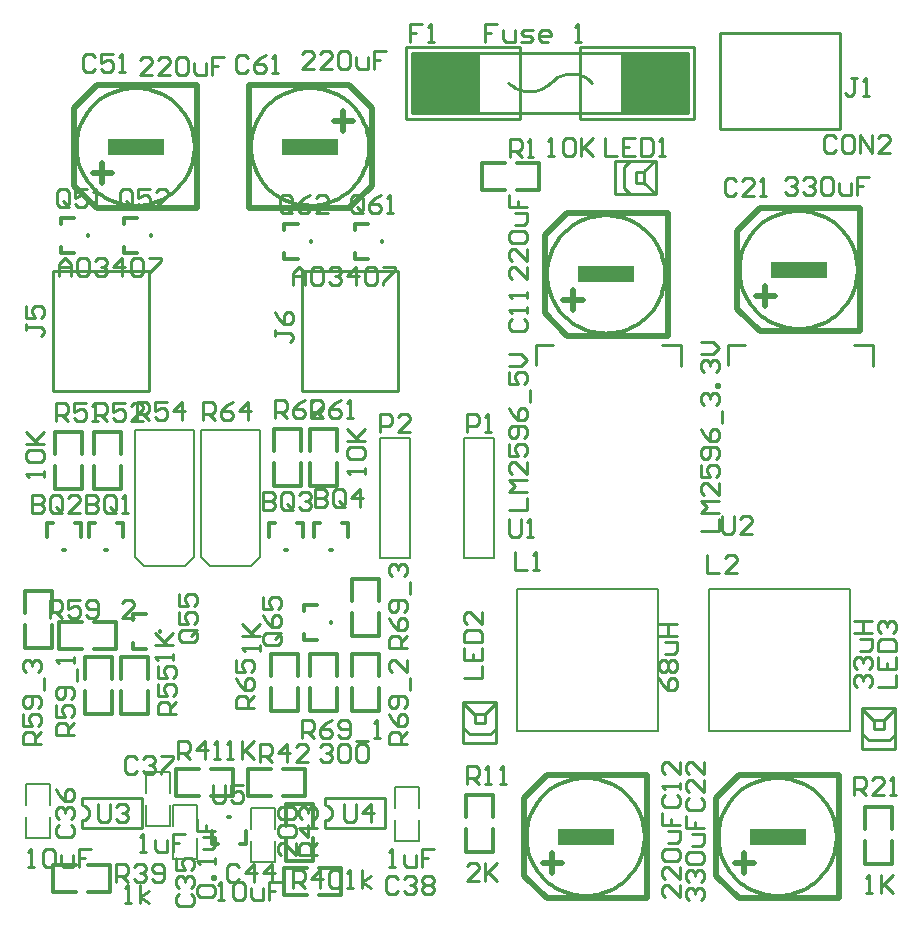
<source format=gto>
G04 Layer_Color=65535*
%FSLAX25Y25*%
%MOIN*%
G70*
G01*
G75*
%ADD43C,0.01000*%
%ADD44C,0.01200*%
%ADD45C,0.00800*%
%ADD46C,0.02000*%
%ADD47C,0.00787*%
%ADD48C,0.01969*%
%ADD49R,0.19069X0.05545*%
%ADD50R,0.22000X0.20000*%
D43*
X415500Y225500D02*
X416457Y225690D01*
X417268Y226232D01*
X417810Y227043D01*
X418000Y228000D01*
X417810Y228957D01*
X417268Y229768D01*
X416457Y230310D01*
X415500Y230500D01*
X496500Y225500D02*
X497457Y225690D01*
X498268Y226232D01*
X498810Y227043D01*
X499000Y228000D01*
X498810Y228957D01*
X498268Y229768D01*
X497457Y230310D01*
X496500Y230500D01*
X557677Y471441D02*
X558397Y470788D01*
X559177Y470210D01*
X560011Y469710D01*
X560889Y469295D01*
X561803Y468968D01*
X562746Y468732D01*
X563707Y468589D01*
X564677Y468541D01*
X565648Y468589D01*
X566608Y468732D01*
X567551Y468968D01*
X568466Y469295D01*
X569344Y469710D01*
X570177Y470210D01*
X570957Y470788D01*
X571677Y471441D01*
X585677D02*
X584957Y472093D01*
X584177Y472672D01*
X583344Y473172D01*
X582466Y473587D01*
X581551Y473914D01*
X580609Y474150D01*
X579647Y474293D01*
X578677Y474340D01*
X577707Y474293D01*
X576746Y474150D01*
X575804Y473914D01*
X574889Y473587D01*
X574011Y473172D01*
X573177Y472672D01*
X572397Y472093D01*
X571677Y471441D01*
X415500Y223000D02*
X435500D01*
Y233000D01*
X415500D02*
X435500D01*
X415500Y230500D02*
Y233000D01*
Y223000D02*
Y225500D01*
X496500Y223000D02*
X516500D01*
Y233000D01*
X496500D02*
X516500D01*
X496500Y230500D02*
Y233000D01*
Y223000D02*
Y225500D01*
X668213Y455905D02*
Y487905D01*
X628213D02*
X668213D01*
X628213Y455905D02*
Y487905D01*
Y455905D02*
X668213D01*
X596142Y436307D02*
X598110Y434339D01*
X596142Y436307D02*
Y443197D01*
X598307Y445362D01*
X599882D01*
X600079Y438079D02*
X603031D01*
X600079Y438079D02*
X600079Y438079D01*
X600079Y438079D02*
Y441622D01*
X603031D01*
Y438079D02*
X606772Y434339D01*
X606968D01*
X603031Y438079D02*
Y441622D01*
Y441819D02*
X606575Y445362D01*
X606968D01*
Y434339D02*
Y445362D01*
X593189Y434339D02*
X606968D01*
X593189D02*
Y445362D01*
X606968D01*
X547677Y461441D02*
Y481441D01*
X595677Y461441D02*
Y481441D01*
X617677Y461441D02*
Y481441D01*
X525677D02*
X617677D01*
X525677Y461441D02*
Y481441D01*
Y461441D02*
X527677D01*
X617677D01*
X523677Y483441D02*
X561677D01*
Y459441D02*
Y483441D01*
X523677Y459441D02*
X561677D01*
X581677D02*
X619677D01*
X581677D02*
Y483441D01*
X619677D01*
Y471441D02*
Y483441D01*
X523677Y459441D02*
Y483441D01*
X619677Y459441D02*
Y471441D01*
X566700Y384100D02*
X572600D01*
X566700Y377400D02*
Y384100D01*
X608900D02*
X615200D01*
X615300Y384000D01*
Y377000D02*
Y384000D01*
X630700Y384100D02*
X636600D01*
X630700Y377400D02*
Y384100D01*
X672900D02*
X679200D01*
X679300Y384000D01*
Y377000D02*
Y384000D01*
X551693Y254142D02*
X553661Y256110D01*
X544803Y254142D02*
X551693D01*
X542638Y256307D02*
X544803Y254142D01*
X542638Y256307D02*
Y257882D01*
X549921Y258079D02*
Y261032D01*
X549921Y258079D02*
X549921Y258079D01*
X546378Y258079D02*
X549921D01*
X546378D02*
Y261032D01*
X549921D02*
X553661Y264772D01*
Y264968D01*
X546378Y261032D02*
X549921D01*
X542638Y264575D02*
X546181Y261032D01*
X542638Y264575D02*
Y264968D01*
X553661D01*
Y251189D02*
Y264968D01*
X542638Y251189D02*
X553661D01*
X542638D02*
Y264968D01*
X684693Y252142D02*
X686661Y254110D01*
X677803Y252142D02*
X684693D01*
X675638Y254307D02*
X677803Y252142D01*
X675638Y254307D02*
Y255882D01*
X682921Y256079D02*
Y259032D01*
X682921Y256079D02*
X682921Y256079D01*
X679378Y256079D02*
X682921D01*
X679378D02*
Y259032D01*
X682921D02*
X686661Y262772D01*
Y262968D01*
X679378Y259032D02*
X682921D01*
X675638Y262575D02*
X679181Y259032D01*
X675638Y262575D02*
Y262968D01*
X686661D01*
Y249189D02*
Y262968D01*
X675638Y249189D02*
X686661D01*
X675638D02*
Y262968D01*
X405905Y368787D02*
Y408787D01*
X437905D01*
Y368787D02*
Y408787D01*
X405905Y368787D02*
X437905D01*
X488905D02*
Y408787D01*
X520905D01*
Y368787D02*
Y408787D01*
X488905Y368787D02*
X520905D01*
X622002Y322000D02*
X628000D01*
Y325999D01*
Y327998D02*
X622002D01*
X624001Y329997D01*
X622002Y331997D01*
X628000D01*
Y337995D02*
Y333996D01*
X624001Y337995D01*
X623002D01*
X622002Y336995D01*
Y334996D01*
X623002Y333996D01*
X622002Y343993D02*
Y339994D01*
X625001D01*
X624001Y341993D01*
Y342993D01*
X625001Y343993D01*
X627000D01*
X628000Y342993D01*
Y340994D01*
X627000Y339994D01*
Y345992D02*
X628000Y346992D01*
Y348991D01*
X627000Y349991D01*
X623002D01*
X622002Y348991D01*
Y346992D01*
X623002Y345992D01*
X624001D01*
X625001Y346992D01*
Y349991D01*
X622002Y355989D02*
X623002Y353990D01*
X625001Y351990D01*
X627000D01*
X628000Y352990D01*
Y354989D01*
X627000Y355989D01*
X626001D01*
X625001Y354989D01*
Y351990D01*
X629000Y357988D02*
Y361987D01*
X623002Y363986D02*
X622002Y364986D01*
Y366985D01*
X623002Y367985D01*
X624001D01*
X625001Y366985D01*
Y365986D01*
Y366985D01*
X626001Y367985D01*
X627000D01*
X628000Y366985D01*
Y364986D01*
X627000Y363986D01*
X628000Y369985D02*
X627000D01*
Y370984D01*
X628000D01*
Y369985D01*
X623002Y374983D02*
X622002Y375982D01*
Y377982D01*
X623002Y378982D01*
X624001D01*
X625001Y377982D01*
Y376982D01*
Y377982D01*
X626001Y378982D01*
X627000D01*
X628000Y377982D01*
Y375982D01*
X627000Y374983D01*
X622002Y380981D02*
X626001D01*
X628000Y382980D01*
X626001Y384980D01*
X622002D01*
X629000Y326998D02*
Y322000D01*
X630000Y321000D01*
X631999D01*
X632999Y322000D01*
Y326998D01*
X638997Y321000D02*
X634998D01*
X638997Y324999D01*
Y325998D01*
X637997Y326998D01*
X635998D01*
X634998Y325998D01*
X558002Y329000D02*
X564000D01*
Y332999D01*
Y334998D02*
X558002D01*
X560001Y336997D01*
X558002Y338997D01*
X564000D01*
Y344995D02*
Y340996D01*
X560001Y344995D01*
X559002D01*
X558002Y343995D01*
Y341996D01*
X559002Y340996D01*
X558002Y350993D02*
Y346994D01*
X561001D01*
X560001Y348993D01*
Y349993D01*
X561001Y350993D01*
X563000D01*
X564000Y349993D01*
Y347994D01*
X563000Y346994D01*
Y352992D02*
X564000Y353992D01*
Y355991D01*
X563000Y356991D01*
X559002D01*
X558002Y355991D01*
Y353992D01*
X559002Y352992D01*
X560001D01*
X561001Y353992D01*
Y356991D01*
X558002Y362989D02*
X559002Y360990D01*
X561001Y358990D01*
X563000D01*
X564000Y359990D01*
Y361989D01*
X563000Y362989D01*
X562001D01*
X561001Y361989D01*
Y358990D01*
X565000Y364988D02*
Y368987D01*
X558002Y374985D02*
Y370986D01*
X561001D01*
X560001Y372986D01*
Y373985D01*
X561001Y374985D01*
X563000D01*
X564000Y373985D01*
Y371986D01*
X563000Y370986D01*
X558002Y376985D02*
X562001D01*
X564000Y378984D01*
X562001Y380983D01*
X558002D01*
X558000Y325998D02*
Y321000D01*
X559000Y320000D01*
X560999D01*
X561999Y321000D01*
Y325998D01*
X563998Y320000D02*
X565997D01*
X564998D01*
Y325998D01*
X563998Y324998D01*
X676900Y201400D02*
X678899D01*
X677900D01*
Y207398D01*
X676900Y206398D01*
X681898Y207398D02*
Y201400D01*
Y203399D01*
X685897Y207398D01*
X682898Y204399D01*
X685897Y201400D01*
X673000Y234000D02*
Y239998D01*
X675999D01*
X676999Y238998D01*
Y236999D01*
X675999Y235999D01*
X673000D01*
X674999D02*
X676999Y234000D01*
X682997D02*
X678998D01*
X682997Y237999D01*
Y238998D01*
X681997Y239998D01*
X679998D01*
X678998Y238998D01*
X684996Y234000D02*
X686996D01*
X685996D01*
Y239998D01*
X684996Y238998D01*
X547899Y205400D02*
X543900D01*
X547899Y209399D01*
Y210398D01*
X546899Y211398D01*
X544900D01*
X543900Y210398D01*
X549898Y211398D02*
Y205400D01*
Y207399D01*
X553897Y211398D01*
X550898Y208399D01*
X553897Y205400D01*
X543900Y237600D02*
Y243598D01*
X546899D01*
X547899Y242598D01*
Y240599D01*
X546899Y239599D01*
X543900D01*
X545899D02*
X547899Y237600D01*
X549898D02*
X551897D01*
X550898D01*
Y243598D01*
X549898Y242598D01*
X554896Y237600D02*
X556896D01*
X555896D01*
Y243598D01*
X554896Y242598D01*
X571000Y447000D02*
X572999D01*
X572000D01*
Y452998D01*
X571000Y451998D01*
X575998D02*
X576998Y452998D01*
X578997D01*
X579997Y451998D01*
Y448000D01*
X578997Y447000D01*
X576998D01*
X575998Y448000D01*
Y451998D01*
X581996Y452998D02*
Y447000D01*
Y448999D01*
X585995Y452998D01*
X582996Y449999D01*
X585995Y447000D01*
X558035Y446756D02*
Y452754D01*
X561034D01*
X562033Y451754D01*
Y449755D01*
X561034Y448755D01*
X558035D01*
X560034D02*
X562033Y446756D01*
X564033D02*
X566032D01*
X565032D01*
Y452754D01*
X564033Y451754D01*
X681002Y270000D02*
X687000D01*
Y273999D01*
X681002Y279997D02*
Y275998D01*
X687000D01*
Y279997D01*
X684001Y275998D02*
Y277997D01*
X681002Y281996D02*
X687000D01*
Y284995D01*
X686000Y285995D01*
X682002D01*
X681002Y284995D01*
Y281996D01*
X682002Y287994D02*
X681002Y288994D01*
Y290993D01*
X682002Y291993D01*
X683001D01*
X684001Y290993D01*
Y289994D01*
Y290993D01*
X685001Y291993D01*
X686000D01*
X687000Y290993D01*
Y288994D01*
X686000Y287994D01*
X543002Y273000D02*
X549000D01*
Y276999D01*
X543002Y282997D02*
Y278998D01*
X549000D01*
Y282997D01*
X546001Y278998D02*
Y280997D01*
X543002Y284996D02*
X549000D01*
Y287995D01*
X548000Y288995D01*
X544002D01*
X543002Y287995D01*
Y284996D01*
X549000Y294993D02*
Y290994D01*
X545001Y294993D01*
X544002D01*
X543002Y293993D01*
Y291994D01*
X544002Y290994D01*
X590000Y452998D02*
Y447000D01*
X593999D01*
X599997Y452998D02*
X595998D01*
Y447000D01*
X599997D01*
X595998Y449999D02*
X597997D01*
X601996Y452998D02*
Y447000D01*
X604995D01*
X605995Y448000D01*
Y451998D01*
X604995Y452998D01*
X601996D01*
X607994Y447000D02*
X609994D01*
X608994D01*
Y452998D01*
X607994Y451998D01*
X674002Y270000D02*
X673002Y271000D01*
Y272999D01*
X674002Y273999D01*
X675001D01*
X676001Y272999D01*
Y271999D01*
Y272999D01*
X677001Y273999D01*
X678000D01*
X679000Y272999D01*
Y271000D01*
X678000Y270000D01*
X674002Y275998D02*
X673002Y276998D01*
Y278997D01*
X674002Y279997D01*
X675001D01*
X676001Y278997D01*
Y277997D01*
Y278997D01*
X677001Y279997D01*
X678000D01*
X679000Y278997D01*
Y276998D01*
X678000Y275998D01*
X675001Y281996D02*
X678000D01*
X679000Y282996D01*
Y285995D01*
X675001D01*
X673002Y287994D02*
X679000D01*
X676001D01*
Y291993D01*
X673002D01*
X679000D01*
X624000Y313998D02*
Y308000D01*
X627999D01*
X633997D02*
X629998D01*
X633997Y311999D01*
Y312998D01*
X632997Y313998D01*
X630998D01*
X629998Y312998D01*
X608002Y272999D02*
X609002Y270999D01*
X611001Y269000D01*
X613000D01*
X614000Y270000D01*
Y271999D01*
X613000Y272999D01*
X612001D01*
X611001Y271999D01*
Y269000D01*
X609002Y274998D02*
X608002Y275998D01*
Y277997D01*
X609002Y278997D01*
X610001D01*
X611001Y277997D01*
X612001Y278997D01*
X613000D01*
X614000Y277997D01*
Y275998D01*
X613000Y274998D01*
X612001D01*
X611001Y275998D01*
X610001Y274998D01*
X609002D01*
X611001Y275998D02*
Y277997D01*
X610001Y280996D02*
X613000D01*
X614000Y281996D01*
Y284995D01*
X610001D01*
X608002Y286994D02*
X614000D01*
X611001D01*
Y290993D01*
X608002D01*
X614000D01*
X560000Y314998D02*
Y309000D01*
X563999D01*
X565998D02*
X567997D01*
X566998D01*
Y314998D01*
X565998Y313998D01*
X666999Y452998D02*
X665999Y453998D01*
X664000D01*
X663000Y452998D01*
Y449000D01*
X664000Y448000D01*
X665999D01*
X666999Y449000D01*
X671997Y453998D02*
X669998D01*
X668998Y452998D01*
Y449000D01*
X669998Y448000D01*
X671997D01*
X672997Y449000D01*
Y452998D01*
X671997Y453998D01*
X674996Y448000D02*
Y453998D01*
X678995Y448000D01*
Y453998D01*
X684993Y448000D02*
X680994D01*
X684993Y451999D01*
Y452998D01*
X683993Y453998D01*
X681994D01*
X680994Y452998D01*
X673999Y472998D02*
X671999D01*
X672999D01*
Y468000D01*
X671999Y467000D01*
X671000D01*
X670000Y468000D01*
X675998Y467000D02*
X677997D01*
X676998D01*
Y472998D01*
X675998Y471998D01*
X553999Y490998D02*
X550000D01*
Y487999D01*
X551999D01*
X550000D01*
Y485000D01*
X555998Y488999D02*
Y486000D01*
X556998Y485000D01*
X559997D01*
Y488999D01*
X561996Y485000D02*
X564995D01*
X565995Y486000D01*
X564995Y486999D01*
X562996D01*
X561996Y487999D01*
X562996Y488999D01*
X565995D01*
X570993Y485000D02*
X568994D01*
X567994Y486000D01*
Y487999D01*
X568994Y488999D01*
X570993D01*
X571993Y487999D01*
Y486999D01*
X567994D01*
X579990Y485000D02*
X581990D01*
X580990D01*
Y490998D01*
X579990Y489998D01*
X528999Y490998D02*
X525000D01*
Y487999D01*
X526999D01*
X525000D01*
Y485000D01*
X530998D02*
X532997D01*
X531998D01*
Y490998D01*
X530998Y489998D01*
X618002Y199000D02*
X617002Y200000D01*
Y201999D01*
X618002Y202999D01*
X619001D01*
X620001Y201999D01*
Y200999D01*
Y201999D01*
X621001Y202999D01*
X622000D01*
X623000Y201999D01*
Y200000D01*
X622000Y199000D01*
X618002Y204998D02*
X617002Y205998D01*
Y207997D01*
X618002Y208997D01*
X619001D01*
X620001Y207997D01*
Y206997D01*
Y207997D01*
X621001Y208997D01*
X622000D01*
X623000Y207997D01*
Y205998D01*
X622000Y204998D01*
X618002Y210996D02*
X617002Y211996D01*
Y213995D01*
X618002Y214995D01*
X622000D01*
X623000Y213995D01*
Y211996D01*
X622000Y210996D01*
X618002D01*
X619001Y216994D02*
X622000D01*
X623000Y217994D01*
Y220993D01*
X619001D01*
X617002Y226991D02*
Y222992D01*
X620001D01*
Y224992D01*
Y222992D01*
X623000D01*
X618002Y232999D02*
X617002Y231999D01*
Y230000D01*
X618002Y229000D01*
X622000D01*
X623000Y230000D01*
Y231999D01*
X622000Y232999D01*
X623000Y238997D02*
Y234998D01*
X619001Y238997D01*
X618002D01*
X617002Y237997D01*
Y235998D01*
X618002Y234998D01*
X623000Y244995D02*
Y240996D01*
X619001Y244995D01*
X618002D01*
X617002Y243995D01*
Y241996D01*
X618002Y240996D01*
X650000Y438998D02*
X651000Y439998D01*
X652999D01*
X653999Y438998D01*
Y437999D01*
X652999Y436999D01*
X651999D01*
X652999D01*
X653999Y435999D01*
Y435000D01*
X652999Y434000D01*
X651000D01*
X650000Y435000D01*
X655998Y438998D02*
X656998Y439998D01*
X658997D01*
X659997Y438998D01*
Y437999D01*
X658997Y436999D01*
X657997D01*
X658997D01*
X659997Y435999D01*
Y435000D01*
X658997Y434000D01*
X656998D01*
X655998Y435000D01*
X661996Y438998D02*
X662996Y439998D01*
X664995D01*
X665995Y438998D01*
Y435000D01*
X664995Y434000D01*
X662996D01*
X661996Y435000D01*
Y438998D01*
X667994Y437999D02*
Y435000D01*
X668994Y434000D01*
X671993D01*
Y437999D01*
X677991Y439998D02*
X673992D01*
Y436999D01*
X675992D01*
X673992D01*
Y434000D01*
X633699Y438498D02*
X632699Y439498D01*
X630700D01*
X629700Y438498D01*
Y434500D01*
X630700Y433500D01*
X632699D01*
X633699Y434500D01*
X639697Y433500D02*
X635698D01*
X639697Y437499D01*
Y438498D01*
X638697Y439498D01*
X636698D01*
X635698Y438498D01*
X641696Y433500D02*
X643695D01*
X642696D01*
Y439498D01*
X641696Y438498D01*
X615000Y203999D02*
Y200000D01*
X611001Y203999D01*
X610002D01*
X609002Y202999D01*
Y201000D01*
X610002Y200000D01*
X615000Y209997D02*
Y205998D01*
X611001Y209997D01*
X610002D01*
X609002Y208997D01*
Y206998D01*
X610002Y205998D01*
Y211996D02*
X609002Y212996D01*
Y214995D01*
X610002Y215995D01*
X614000D01*
X615000Y214995D01*
Y212996D01*
X614000Y211996D01*
X610002D01*
X611001Y217994D02*
X614000D01*
X615000Y218994D01*
Y221993D01*
X611001D01*
X609002Y227991D02*
Y223992D01*
X612001D01*
Y225992D01*
Y223992D01*
X615000D01*
X610002Y233999D02*
X609002Y232999D01*
Y231000D01*
X610002Y230000D01*
X614000D01*
X615000Y231000D01*
Y232999D01*
X614000Y233999D01*
X615000Y235998D02*
Y237997D01*
Y236998D01*
X609002D01*
X610002Y235998D01*
X615000Y244995D02*
Y240996D01*
X611001Y244995D01*
X610002D01*
X609002Y243995D01*
Y241996D01*
X610002Y240996D01*
X564000Y409999D02*
Y406000D01*
X560001Y409999D01*
X559002D01*
X558002Y408999D01*
Y407000D01*
X559002Y406000D01*
X564000Y415997D02*
Y411998D01*
X560001Y415997D01*
X559002D01*
X558002Y414997D01*
Y412998D01*
X559002Y411998D01*
Y417996D02*
X558002Y418996D01*
Y420995D01*
X559002Y421995D01*
X563000D01*
X564000Y420995D01*
Y418996D01*
X563000Y417996D01*
X559002D01*
X560001Y423994D02*
X563000D01*
X564000Y424994D01*
Y427993D01*
X560001D01*
X558002Y433991D02*
Y429992D01*
X561001D01*
Y431992D01*
Y429992D01*
X564000D01*
X559002Y392499D02*
X558002Y391499D01*
Y389500D01*
X559002Y388500D01*
X563000D01*
X564000Y389500D01*
Y391499D01*
X563000Y392499D01*
X564000Y394498D02*
Y396497D01*
Y395498D01*
X558002D01*
X559002Y394498D01*
X564000Y399496D02*
Y401496D01*
Y400496D01*
X558002D01*
X559002Y399496D01*
X417000Y333998D02*
Y328000D01*
X419999D01*
X420999Y329000D01*
Y329999D01*
X419999Y330999D01*
X417000D01*
X419999D01*
X420999Y331999D01*
Y332998D01*
X419999Y333998D01*
X417000D01*
X426997Y329000D02*
Y332998D01*
X425997Y333998D01*
X423998D01*
X422998Y332998D01*
Y329000D01*
X423998Y328000D01*
X425997D01*
X424997Y329999D02*
X426997Y328000D01*
X425997D02*
X426997Y329000D01*
X428996Y328000D02*
X430996D01*
X429996D01*
Y333998D01*
X428996Y332998D01*
X399000Y333998D02*
Y328000D01*
X401999D01*
X402999Y329000D01*
Y329999D01*
X401999Y330999D01*
X399000D01*
X401999D01*
X402999Y331999D01*
Y332998D01*
X401999Y333998D01*
X399000D01*
X408997Y329000D02*
Y332998D01*
X407997Y333998D01*
X405998D01*
X404998Y332998D01*
Y329000D01*
X405998Y328000D01*
X407997D01*
X406997Y329999D02*
X408997Y328000D01*
X407997D02*
X408997Y329000D01*
X414995Y328000D02*
X410996D01*
X414995Y331999D01*
Y332998D01*
X413995Y333998D01*
X411996D01*
X410996Y332998D01*
X476000Y334998D02*
Y329000D01*
X478999D01*
X479999Y330000D01*
Y330999D01*
X478999Y331999D01*
X476000D01*
X478999D01*
X479999Y332999D01*
Y333998D01*
X478999Y334998D01*
X476000D01*
X485997Y330000D02*
Y333998D01*
X484997Y334998D01*
X482998D01*
X481998Y333998D01*
Y330000D01*
X482998Y329000D01*
X484997D01*
X483997Y330999D02*
X485997Y329000D01*
X484997D02*
X485997Y330000D01*
X487996Y333998D02*
X488996Y334998D01*
X490995D01*
X491995Y333998D01*
Y332999D01*
X490995Y331999D01*
X489995D01*
X490995D01*
X491995Y330999D01*
Y330000D01*
X490995Y329000D01*
X488996D01*
X487996Y330000D01*
X493150Y335848D02*
Y329850D01*
X496149D01*
X497149Y330850D01*
Y331849D01*
X496149Y332849D01*
X493150D01*
X496149D01*
X497149Y333849D01*
Y334848D01*
X496149Y335848D01*
X493150D01*
X503147Y330850D02*
Y334848D01*
X502147Y335848D01*
X500148D01*
X499148Y334848D01*
Y330850D01*
X500148Y329850D01*
X502147D01*
X501147Y331849D02*
X503147Y329850D01*
X502147D02*
X503147Y330850D01*
X508145Y329850D02*
Y335848D01*
X505146Y332849D01*
X509145D01*
X438999Y474000D02*
X435000D01*
X438999Y477999D01*
Y478998D01*
X437999Y479998D01*
X436000D01*
X435000Y478998D01*
X444997Y474000D02*
X440998D01*
X444997Y477999D01*
Y478998D01*
X443997Y479998D01*
X441998D01*
X440998Y478998D01*
X446996D02*
X447996Y479998D01*
X449995D01*
X450995Y478998D01*
Y475000D01*
X449995Y474000D01*
X447996D01*
X446996Y475000D01*
Y478998D01*
X452994Y477999D02*
Y475000D01*
X453994Y474000D01*
X456993D01*
Y477999D01*
X462991Y479998D02*
X458992D01*
Y476999D01*
X460992D01*
X458992D01*
Y474000D01*
X419999Y479998D02*
X418999Y480998D01*
X417000D01*
X416000Y479998D01*
Y476000D01*
X417000Y475000D01*
X418999D01*
X419999Y476000D01*
X425997Y480998D02*
X421998D01*
Y477999D01*
X423997Y478999D01*
X424997D01*
X425997Y477999D01*
Y476000D01*
X424997Y475000D01*
X422998D01*
X421998Y476000D01*
X427996Y475000D02*
X429995D01*
X428996D01*
Y480998D01*
X427996Y479998D01*
X492999Y476000D02*
X489000D01*
X492999Y479999D01*
Y480998D01*
X491999Y481998D01*
X490000D01*
X489000Y480998D01*
X498997Y476000D02*
X494998D01*
X498997Y479999D01*
Y480998D01*
X497997Y481998D01*
X495998D01*
X494998Y480998D01*
X500996D02*
X501996Y481998D01*
X503995D01*
X504995Y480998D01*
Y477000D01*
X503995Y476000D01*
X501996D01*
X500996Y477000D01*
Y480998D01*
X506994Y479999D02*
Y477000D01*
X507994Y476000D01*
X510993D01*
Y479999D01*
X516991Y481998D02*
X512992D01*
Y478999D01*
X514992D01*
X512992D01*
Y476000D01*
X470799Y479498D02*
X469799Y480498D01*
X467800D01*
X466800Y479498D01*
Y475500D01*
X467800Y474500D01*
X469799D01*
X470799Y475500D01*
X476797Y480498D02*
X474797Y479498D01*
X472798Y477499D01*
Y475500D01*
X473798Y474500D01*
X475797D01*
X476797Y475500D01*
Y476499D01*
X475797Y477499D01*
X472798D01*
X478796Y474500D02*
X480795D01*
X479796D01*
Y480498D01*
X478796Y479498D01*
X397002Y390999D02*
Y388999D01*
Y389999D01*
X402000D01*
X403000Y388999D01*
Y388000D01*
X402000Y387000D01*
X397002Y396997D02*
Y392998D01*
X400001D01*
X399001Y394997D01*
Y395997D01*
X400001Y396997D01*
X402000D01*
X403000Y395997D01*
Y393998D01*
X402000Y392998D01*
X480002Y388999D02*
Y386999D01*
Y387999D01*
X485000D01*
X486000Y386999D01*
Y386000D01*
X485000Y385000D01*
X480002Y394997D02*
X481002Y392997D01*
X483001Y390998D01*
X485000D01*
X486000Y391998D01*
Y393997D01*
X485000Y394997D01*
X484001D01*
X483001Y393997D01*
Y390998D01*
X408000Y407000D02*
Y410999D01*
X409999Y412998D01*
X411999Y410999D01*
Y407000D01*
Y409999D01*
X408000D01*
X416997Y412998D02*
X414998D01*
X413998Y411998D01*
Y408000D01*
X414998Y407000D01*
X416997D01*
X417997Y408000D01*
Y411998D01*
X416997Y412998D01*
X419996Y411998D02*
X420996Y412998D01*
X422995D01*
X423995Y411998D01*
Y410999D01*
X422995Y409999D01*
X421995D01*
X422995D01*
X423995Y408999D01*
Y408000D01*
X422995Y407000D01*
X420996D01*
X419996Y408000D01*
X428993Y407000D02*
Y412998D01*
X425994Y409999D01*
X429993D01*
X431992Y411998D02*
X432992Y412998D01*
X434991D01*
X435991Y411998D01*
Y408000D01*
X434991Y407000D01*
X432992D01*
X431992Y408000D01*
Y411998D01*
X437990Y412998D02*
X441989D01*
Y411998D01*
X437990Y408000D01*
Y407000D01*
X411099Y430900D02*
Y434898D01*
X410099Y435898D01*
X408100D01*
X407100Y434898D01*
Y430900D01*
X408100Y429900D01*
X410099D01*
X409099Y431899D02*
X411099Y429900D01*
X410099D02*
X411099Y430900D01*
X417097Y435898D02*
X413098D01*
Y432899D01*
X415097Y433899D01*
X416097D01*
X417097Y432899D01*
Y430900D01*
X416097Y429900D01*
X414098D01*
X413098Y430900D01*
X419096Y429900D02*
X421096D01*
X420096D01*
Y435898D01*
X419096Y434898D01*
X432099Y430900D02*
Y434898D01*
X431099Y435898D01*
X429100D01*
X428100Y434898D01*
Y430900D01*
X429100Y429900D01*
X431099D01*
X430099Y431899D02*
X432099Y429900D01*
X431099D02*
X432099Y430900D01*
X438097Y435898D02*
X434098D01*
Y432899D01*
X436097Y433899D01*
X437097D01*
X438097Y432899D01*
Y430900D01*
X437097Y429900D01*
X435098D01*
X434098Y430900D01*
X444095Y429900D02*
X440096D01*
X444095Y433899D01*
Y434898D01*
X443095Y435898D01*
X441096D01*
X440096Y434898D01*
X453000Y288999D02*
X449002D01*
X448002Y287999D01*
Y286000D01*
X449002Y285000D01*
X453000D01*
X454000Y286000D01*
Y287999D01*
X452001Y286999D02*
X454000Y288999D01*
Y287999D02*
X453000Y288999D01*
X448002Y294997D02*
Y290998D01*
X451001D01*
X450001Y292997D01*
Y293997D01*
X451001Y294997D01*
X453000D01*
X454000Y293997D01*
Y291998D01*
X453000Y290998D01*
X448002Y300995D02*
Y296996D01*
X451001D01*
X450001Y298995D01*
Y299995D01*
X451001Y300995D01*
X453000D01*
X454000Y299995D01*
Y297996D01*
X453000Y296996D01*
X486000Y404000D02*
Y407999D01*
X487999Y409998D01*
X489999Y407999D01*
Y404000D01*
Y406999D01*
X486000D01*
X494997Y409998D02*
X492998D01*
X491998Y408998D01*
Y405000D01*
X492998Y404000D01*
X494997D01*
X495997Y405000D01*
Y408998D01*
X494997Y409998D01*
X497996Y408998D02*
X498996Y409998D01*
X500995D01*
X501995Y408998D01*
Y407999D01*
X500995Y406999D01*
X499996D01*
X500995D01*
X501995Y405999D01*
Y405000D01*
X500995Y404000D01*
X498996D01*
X497996Y405000D01*
X506993Y404000D02*
Y409998D01*
X503994Y406999D01*
X507993D01*
X509992Y408998D02*
X510992Y409998D01*
X512991D01*
X513991Y408998D01*
Y405000D01*
X512991Y404000D01*
X510992D01*
X509992Y405000D01*
Y408998D01*
X515990Y409998D02*
X519989D01*
Y408998D01*
X515990Y405000D01*
Y404000D01*
X509099Y428900D02*
Y432898D01*
X508099Y433898D01*
X506100D01*
X505100Y432898D01*
Y428900D01*
X506100Y427900D01*
X508099D01*
X507099Y429899D02*
X509099Y427900D01*
X508099D02*
X509099Y428900D01*
X515097Y433898D02*
X513097Y432898D01*
X511098Y430899D01*
Y428900D01*
X512098Y427900D01*
X514097D01*
X515097Y428900D01*
Y429899D01*
X514097Y430899D01*
X511098D01*
X517096Y427900D02*
X519096D01*
X518096D01*
Y433898D01*
X517096Y432898D01*
X485595Y428900D02*
Y432898D01*
X484595Y433898D01*
X482596D01*
X481596Y432898D01*
Y428900D01*
X482596Y427900D01*
X484595D01*
X483595Y429899D02*
X485595Y427900D01*
X484595D02*
X485595Y428900D01*
X491593Y433898D02*
X489594Y432898D01*
X487594Y430899D01*
Y428900D01*
X488594Y427900D01*
X490593D01*
X491593Y428900D01*
Y429899D01*
X490593Y430899D01*
X487594D01*
X497591Y427900D02*
X493592D01*
X497591Y431899D01*
Y432898D01*
X496591Y433898D01*
X494592D01*
X493592Y432898D01*
X481000Y287999D02*
X477002D01*
X476002Y286999D01*
Y285000D01*
X477002Y284000D01*
X481000D01*
X482000Y285000D01*
Y286999D01*
X480001Y285999D02*
X482000Y287999D01*
Y286999D02*
X481000Y287999D01*
X476002Y293997D02*
X477002Y291997D01*
X479001Y289998D01*
X481000D01*
X482000Y290998D01*
Y292997D01*
X481000Y293997D01*
X480001D01*
X479001Y292997D01*
Y289998D01*
X476002Y299995D02*
Y295996D01*
X479001D01*
X478001Y297995D01*
Y298995D01*
X479001Y299995D01*
X481000D01*
X482000Y298995D01*
Y296996D01*
X481000Y295996D01*
X403000Y340000D02*
Y341999D01*
Y341000D01*
X397002D01*
X398002Y340000D01*
Y344998D02*
X397002Y345998D01*
Y347997D01*
X398002Y348997D01*
X402000D01*
X403000Y347997D01*
Y345998D01*
X402000Y344998D01*
X398002D01*
X397002Y350996D02*
X403000D01*
X401001D01*
X397002Y354995D01*
X400001Y351996D01*
X403000Y354995D01*
X406900Y358600D02*
Y364598D01*
X409899D01*
X410899Y363598D01*
Y361599D01*
X409899Y360599D01*
X406900D01*
X408899D02*
X410899Y358600D01*
X416897Y364598D02*
X412898D01*
Y361599D01*
X414897Y362599D01*
X415897D01*
X416897Y361599D01*
Y359600D01*
X415897Y358600D01*
X413898D01*
X412898Y359600D01*
X418896Y358600D02*
X420895D01*
X419896D01*
Y364598D01*
X418896Y363598D01*
X419950Y358650D02*
Y364648D01*
X422949D01*
X423949Y363648D01*
Y361649D01*
X422949Y360649D01*
X419950D01*
X421949D02*
X423949Y358650D01*
X429947Y364648D02*
X425948D01*
Y361649D01*
X427947Y362649D01*
X428947D01*
X429947Y361649D01*
Y359650D01*
X428947Y358650D01*
X426948D01*
X425948Y359650D01*
X435945Y358650D02*
X431946D01*
X435945Y362649D01*
Y363648D01*
X434945Y364648D01*
X432946D01*
X431946Y363648D01*
X433800Y359000D02*
Y364998D01*
X436799D01*
X437799Y363998D01*
Y361999D01*
X436799Y360999D01*
X433800D01*
X435799D02*
X437799Y359000D01*
X443797Y364998D02*
X439798D01*
Y361999D01*
X441797Y362999D01*
X442797D01*
X443797Y361999D01*
Y360000D01*
X442797Y359000D01*
X440798D01*
X439798Y360000D01*
X448795Y359000D02*
Y364998D01*
X445796Y361999D01*
X449795D01*
X446000Y279000D02*
Y280999D01*
Y280000D01*
X440002D01*
X441002Y279000D01*
X440002Y283998D02*
X446000D01*
X444001D01*
X440002Y287997D01*
X443001Y284998D01*
X446000Y287997D01*
X447000Y261000D02*
X441002D01*
Y263999D01*
X442002Y264999D01*
X444001D01*
X445001Y263999D01*
Y261000D01*
Y262999D02*
X447000Y264999D01*
X441002Y270997D02*
Y266998D01*
X444001D01*
X443001Y268997D01*
Y269997D01*
X444001Y270997D01*
X446000D01*
X447000Y269997D01*
Y267998D01*
X446000Y266998D01*
X441002Y276995D02*
Y272996D01*
X444001D01*
X443001Y274995D01*
Y275995D01*
X444001Y276995D01*
X446000D01*
X447000Y275995D01*
Y273996D01*
X446000Y272996D01*
X413000Y254000D02*
X407002D01*
Y256999D01*
X408002Y257999D01*
X410001D01*
X411001Y256999D01*
Y254000D01*
Y255999D02*
X413000Y257999D01*
X407002Y263997D02*
Y259998D01*
X410001D01*
X409001Y261997D01*
Y262997D01*
X410001Y263997D01*
X412000D01*
X413000Y262997D01*
Y260998D01*
X412000Y259998D01*
Y265996D02*
X413000Y266996D01*
Y268995D01*
X412000Y269995D01*
X408002D01*
X407002Y268995D01*
Y266996D01*
X408002Y265996D01*
X409001D01*
X410001Y266996D01*
Y269995D01*
X414000Y271994D02*
Y275993D01*
X413000Y277992D02*
Y279992D01*
Y278992D01*
X407002D01*
X408002Y277992D01*
X405000Y293000D02*
Y298998D01*
X407999D01*
X408999Y297998D01*
Y295999D01*
X407999Y294999D01*
X405000D01*
X406999D02*
X408999Y293000D01*
X414997Y298998D02*
X410998D01*
Y295999D01*
X412997Y296999D01*
X413997D01*
X414997Y295999D01*
Y294000D01*
X413997Y293000D01*
X411998D01*
X410998Y294000D01*
X416996D02*
X417996Y293000D01*
X419995D01*
X420995Y294000D01*
Y297998D01*
X419995Y298998D01*
X417996D01*
X416996Y297998D01*
Y296999D01*
X417996Y295999D01*
X420995D01*
X422994Y292000D02*
X426993D01*
X432991Y293000D02*
X428992D01*
X432991Y296999D01*
Y297998D01*
X431991Y298998D01*
X429992D01*
X428992Y297998D01*
X402000Y251000D02*
X396002D01*
Y253999D01*
X397002Y254999D01*
X399001D01*
X400001Y253999D01*
Y251000D01*
Y252999D02*
X402000Y254999D01*
X396002Y260997D02*
Y256998D01*
X399001D01*
X398001Y258997D01*
Y259997D01*
X399001Y260997D01*
X401000D01*
X402000Y259997D01*
Y257998D01*
X401000Y256998D01*
Y262996D02*
X402000Y263996D01*
Y265995D01*
X401000Y266995D01*
X397002D01*
X396002Y265995D01*
Y263996D01*
X397002Y262996D01*
X398001D01*
X399001Y263996D01*
Y266995D01*
X403000Y268994D02*
Y272993D01*
X397002Y274992D02*
X396002Y275992D01*
Y277991D01*
X397002Y278991D01*
X398001D01*
X399001Y277991D01*
Y276992D01*
Y277991D01*
X400001Y278991D01*
X401000D01*
X402000Y277991D01*
Y275992D01*
X401000Y274992D01*
X510000Y341000D02*
Y342999D01*
Y342000D01*
X504002D01*
X505002Y341000D01*
Y345998D02*
X504002Y346998D01*
Y348997D01*
X505002Y349997D01*
X509000D01*
X510000Y348997D01*
Y346998D01*
X509000Y345998D01*
X505002D01*
X504002Y351996D02*
X510000D01*
X508001D01*
X504002Y355995D01*
X507001Y352996D01*
X510000Y355995D01*
X491900Y359600D02*
Y365598D01*
X494899D01*
X495899Y364598D01*
Y362599D01*
X494899Y361599D01*
X491900D01*
X493899D02*
X495899Y359600D01*
X501897Y365598D02*
X499897Y364598D01*
X497898Y362599D01*
Y360600D01*
X498898Y359600D01*
X500897D01*
X501897Y360600D01*
Y361599D01*
X500897Y362599D01*
X497898D01*
X503896Y359600D02*
X505896D01*
X504896D01*
Y365598D01*
X503896Y364598D01*
X479950Y359650D02*
Y365648D01*
X482949D01*
X483949Y364648D01*
Y362649D01*
X482949Y361649D01*
X479950D01*
X481949D02*
X483949Y359650D01*
X489947Y365648D02*
X487947Y364648D01*
X485948Y362649D01*
Y360650D01*
X486948Y359650D01*
X488947D01*
X489947Y360650D01*
Y361649D01*
X488947Y362649D01*
X485948D01*
X495945Y359650D02*
X491946D01*
X495945Y363649D01*
Y364648D01*
X494945Y365648D01*
X492946D01*
X491946Y364648D01*
X455800Y359000D02*
Y364998D01*
X458799D01*
X459799Y363998D01*
Y361999D01*
X458799Y360999D01*
X455800D01*
X457799D02*
X459799Y359000D01*
X465797Y364998D02*
X463797Y363998D01*
X461798Y361999D01*
Y360000D01*
X462798Y359000D01*
X464797D01*
X465797Y360000D01*
Y360999D01*
X464797Y361999D01*
X461798D01*
X470795Y359000D02*
Y364998D01*
X467796Y361999D01*
X471795D01*
X475000Y282000D02*
Y283999D01*
Y283000D01*
X469002D01*
X470002Y282000D01*
X469002Y286998D02*
X475000D01*
X473001D01*
X469002Y290997D01*
X472001Y287998D01*
X475000Y290997D01*
X473000Y263000D02*
X467002D01*
Y265999D01*
X468002Y266999D01*
X470001D01*
X471001Y265999D01*
Y263000D01*
Y264999D02*
X473000Y266999D01*
X467002Y272997D02*
X468002Y270997D01*
X470001Y268998D01*
X472000D01*
X473000Y269998D01*
Y271997D01*
X472000Y272997D01*
X471001D01*
X470001Y271997D01*
Y268998D01*
X467002Y278995D02*
Y274996D01*
X470001D01*
X469001Y276995D01*
Y277995D01*
X470001Y278995D01*
X472000D01*
X473000Y277995D01*
Y275996D01*
X472000Y274996D01*
X489000Y253000D02*
Y258998D01*
X491999D01*
X492999Y257998D01*
Y255999D01*
X491999Y254999D01*
X489000D01*
X490999D02*
X492999Y253000D01*
X498997Y258998D02*
X496997Y257998D01*
X494998Y255999D01*
Y254000D01*
X495998Y253000D01*
X497997D01*
X498997Y254000D01*
Y254999D01*
X497997Y255999D01*
X494998D01*
X500996Y254000D02*
X501996Y253000D01*
X503995D01*
X504995Y254000D01*
Y257998D01*
X503995Y258998D01*
X501996D01*
X500996Y257998D01*
Y256999D01*
X501996Y255999D01*
X504995D01*
X506994Y252000D02*
X510993D01*
X512992Y253000D02*
X514992D01*
X513992D01*
Y258998D01*
X512992Y257998D01*
X524000Y251000D02*
X518002D01*
Y253999D01*
X519002Y254999D01*
X521001D01*
X522001Y253999D01*
Y251000D01*
Y252999D02*
X524000Y254999D01*
X518002Y260997D02*
X519002Y258997D01*
X521001Y256998D01*
X523000D01*
X524000Y257998D01*
Y259997D01*
X523000Y260997D01*
X522001D01*
X521001Y259997D01*
Y256998D01*
X523000Y262996D02*
X524000Y263996D01*
Y265995D01*
X523000Y266995D01*
X519002D01*
X518002Y265995D01*
Y263996D01*
X519002Y262996D01*
X520001D01*
X521001Y263996D01*
Y266995D01*
X525000Y268994D02*
Y272993D01*
X524000Y278991D02*
Y274992D01*
X520001Y278991D01*
X519002D01*
X518002Y277991D01*
Y275992D01*
X519002Y274992D01*
X524000Y283000D02*
X518002D01*
Y285999D01*
X519002Y286999D01*
X521001D01*
X522001Y285999D01*
Y283000D01*
Y284999D02*
X524000Y286999D01*
X518002Y292997D02*
X519002Y290997D01*
X521001Y288998D01*
X523000D01*
X524000Y289998D01*
Y291997D01*
X523000Y292997D01*
X522001D01*
X521001Y291997D01*
Y288998D01*
X523000Y294996D02*
X524000Y295996D01*
Y297995D01*
X523000Y298995D01*
X519002D01*
X518002Y297995D01*
Y295996D01*
X519002Y294996D01*
X520001D01*
X521001Y295996D01*
Y298995D01*
X525000Y300994D02*
Y304993D01*
X519002Y306992D02*
X518002Y307992D01*
Y309991D01*
X519002Y310991D01*
X520001D01*
X521001Y309991D01*
Y308992D01*
Y309991D01*
X522001Y310991D01*
X523000D01*
X524000Y309991D01*
Y307992D01*
X523000Y306992D01*
X544000Y355000D02*
Y360998D01*
X546999D01*
X547999Y359998D01*
Y357999D01*
X546999Y356999D01*
X544000D01*
X549998Y355000D02*
X551997D01*
X550998D01*
Y360998D01*
X549998Y359998D01*
X515000Y355000D02*
Y360998D01*
X517999D01*
X518999Y359998D01*
Y357999D01*
X517999Y356999D01*
X515000D01*
X524997Y355000D02*
X520998D01*
X524997Y358999D01*
Y359998D01*
X523997Y360998D01*
X521998D01*
X520998Y359998D01*
X455002Y200000D02*
X454002Y201000D01*
Y202999D01*
X455002Y203999D01*
X459000D01*
X460000Y202999D01*
Y201000D01*
X459000Y200000D01*
X455002D01*
X460000Y205998D02*
X459000D01*
Y206998D01*
X460000D01*
Y205998D01*
Y210996D02*
Y212996D01*
Y211996D01*
X454002D01*
X455002Y210996D01*
X456001Y215995D02*
X459000D01*
X460000Y216995D01*
Y219993D01*
X456001D01*
X454002Y225992D02*
Y221993D01*
X457001D01*
Y223992D01*
Y221993D01*
X460000D01*
X448002Y200849D02*
X447002Y199849D01*
Y197850D01*
X448002Y196850D01*
X452000D01*
X453000Y197850D01*
Y199849D01*
X452000Y200849D01*
X448002Y202849D02*
X447002Y203848D01*
Y205848D01*
X448002Y206847D01*
X449001D01*
X450001Y205848D01*
Y204848D01*
Y205848D01*
X451001Y206847D01*
X452000D01*
X453000Y205848D01*
Y203848D01*
X452000Y202849D01*
X447002Y212845D02*
Y208846D01*
X450001D01*
X449001Y210846D01*
Y211845D01*
X450001Y212845D01*
X452000D01*
X453000Y211845D01*
Y209846D01*
X452000Y208846D01*
X397600Y210100D02*
X399599D01*
X398600D01*
Y216098D01*
X397600Y215098D01*
X402598D02*
X403598Y216098D01*
X405597D01*
X406597Y215098D01*
Y211100D01*
X405597Y210100D01*
X403598D01*
X402598Y211100D01*
Y215098D01*
X408596Y214099D02*
Y211100D01*
X409596Y210100D01*
X412595D01*
Y214099D01*
X418593Y216098D02*
X414595D01*
Y213099D01*
X416594D01*
X414595D01*
Y210100D01*
X408002Y223999D02*
X407002Y222999D01*
Y221000D01*
X408002Y220000D01*
X412000D01*
X413000Y221000D01*
Y222999D01*
X412000Y223999D01*
X408002Y225998D02*
X407002Y226998D01*
Y228997D01*
X408002Y229997D01*
X409001D01*
X410001Y228997D01*
Y227997D01*
Y228997D01*
X411001Y229997D01*
X412000D01*
X413000Y228997D01*
Y226998D01*
X412000Y225998D01*
X407002Y235995D02*
X408002Y233996D01*
X410001Y231996D01*
X412000D01*
X413000Y232996D01*
Y234995D01*
X412000Y235995D01*
X411001D01*
X410001Y234995D01*
Y231996D01*
X435000Y215000D02*
X436999D01*
X436000D01*
Y220998D01*
X435000Y219998D01*
X439998Y218999D02*
Y216000D01*
X440998Y215000D01*
X443997D01*
Y218999D01*
X449995Y220998D02*
X445996D01*
Y217999D01*
X447996D01*
X445996D01*
Y215000D01*
X433999Y245998D02*
X432999Y246998D01*
X431000D01*
X430000Y245998D01*
Y242000D01*
X431000Y241000D01*
X432999D01*
X433999Y242000D01*
X435998Y245998D02*
X436998Y246998D01*
X438997D01*
X439997Y245998D01*
Y244999D01*
X438997Y243999D01*
X437997D01*
X438997D01*
X439997Y242999D01*
Y242000D01*
X438997Y241000D01*
X436998D01*
X435998Y242000D01*
X441996Y246998D02*
X445995D01*
Y245998D01*
X441996Y242000D01*
Y241000D01*
X518000Y210000D02*
X519999D01*
X519000D01*
Y215998D01*
X518000Y214998D01*
X522998Y213999D02*
Y211000D01*
X523998Y210000D01*
X526997D01*
Y213999D01*
X532995Y215998D02*
X528996D01*
Y212999D01*
X530996D01*
X528996D01*
Y210000D01*
X520999Y205998D02*
X519999Y206998D01*
X518000D01*
X517000Y205998D01*
Y202000D01*
X518000Y201000D01*
X519999D01*
X520999Y202000D01*
X522998Y205998D02*
X523998Y206998D01*
X525997D01*
X526997Y205998D01*
Y204999D01*
X525997Y203999D01*
X524997D01*
X525997D01*
X526997Y202999D01*
Y202000D01*
X525997Y201000D01*
X523998D01*
X522998Y202000D01*
X528996Y205998D02*
X529996Y206998D01*
X531995D01*
X532995Y205998D01*
Y204999D01*
X531995Y203999D01*
X532995Y202999D01*
Y202000D01*
X531995Y201000D01*
X529996D01*
X528996Y202000D01*
Y202999D01*
X529996Y203999D01*
X528996Y204999D01*
Y205998D01*
X529996Y203999D02*
X531995D01*
X461000Y199000D02*
X462999D01*
X462000D01*
Y204998D01*
X461000Y203998D01*
X465998D02*
X466998Y204998D01*
X468997D01*
X469997Y203998D01*
Y200000D01*
X468997Y199000D01*
X466998D01*
X465998Y200000D01*
Y203998D01*
X471996Y202999D02*
Y200000D01*
X472996Y199000D01*
X475995D01*
Y202999D01*
X481993Y204998D02*
X477994D01*
Y201999D01*
X479994D01*
X477994D01*
Y199000D01*
X467999Y209998D02*
X466999Y210998D01*
X465000D01*
X464000Y209998D01*
Y206000D01*
X465000Y205000D01*
X466999D01*
X467999Y206000D01*
X472997Y205000D02*
Y210998D01*
X469998Y207999D01*
X473997D01*
X478995Y205000D02*
Y210998D01*
X475996Y207999D01*
X479995D01*
X430000Y198000D02*
X431999D01*
X431000D01*
Y203998D01*
X430000Y202998D01*
X434998Y198000D02*
Y203998D01*
Y199999D02*
X437997Y201999D01*
X434998Y199999D02*
X437997Y198000D01*
X427000Y205000D02*
Y210998D01*
X429999D01*
X430999Y209998D01*
Y207999D01*
X429999Y206999D01*
X427000D01*
X428999D02*
X430999Y205000D01*
X432998Y209998D02*
X433998Y210998D01*
X435997D01*
X436997Y209998D01*
Y208999D01*
X435997Y207999D01*
X434997D01*
X435997D01*
X436997Y206999D01*
Y206000D01*
X435997Y205000D01*
X433998D01*
X432998Y206000D01*
X438996D02*
X439996Y205000D01*
X441995D01*
X442995Y206000D01*
Y209998D01*
X441995Y210998D01*
X439996D01*
X438996Y209998D01*
Y208999D01*
X439996Y207999D01*
X442995D01*
X504000Y203000D02*
X505999D01*
X505000D01*
Y208998D01*
X504000Y207998D01*
X508998Y203000D02*
Y208998D01*
Y204999D02*
X511997Y206999D01*
X508998Y204999D02*
X511997Y203000D01*
X486000D02*
Y208998D01*
X488999D01*
X489999Y207998D01*
Y205999D01*
X488999Y204999D01*
X486000D01*
X487999D02*
X489999Y203000D01*
X494997D02*
Y208998D01*
X491998Y205999D01*
X495997D01*
X497996Y207998D02*
X498996Y208998D01*
X500995D01*
X501995Y207998D01*
Y204000D01*
X500995Y203000D01*
X498996D01*
X497996Y204000D01*
Y207998D01*
X464000Y246000D02*
X465999D01*
X465000D01*
Y251998D01*
X464000Y250998D01*
X468998Y251998D02*
Y246000D01*
Y247999D01*
X472997Y251998D01*
X469998Y248999D01*
X472997Y246000D01*
X447400Y246100D02*
Y252098D01*
X450399D01*
X451399Y251098D01*
Y249099D01*
X450399Y248099D01*
X447400D01*
X449399D02*
X451399Y246100D01*
X456397D02*
Y252098D01*
X453398Y249099D01*
X457397D01*
X459396Y246100D02*
X461396D01*
X460396D01*
Y252098D01*
X459396Y251098D01*
X495000Y249998D02*
X496000Y250998D01*
X497999D01*
X498999Y249998D01*
Y248999D01*
X497999Y247999D01*
X496999D01*
X497999D01*
X498999Y246999D01*
Y246000D01*
X497999Y245000D01*
X496000D01*
X495000Y246000D01*
X500998Y249998D02*
X501998Y250998D01*
X503997D01*
X504997Y249998D01*
Y246000D01*
X503997Y245000D01*
X501998D01*
X500998Y246000D01*
Y249998D01*
X506996D02*
X507996Y250998D01*
X509995D01*
X510995Y249998D01*
Y246000D01*
X509995Y245000D01*
X507996D01*
X506996Y246000D01*
Y249998D01*
X475000Y245000D02*
Y250998D01*
X477999D01*
X478999Y249998D01*
Y247999D01*
X477999Y246999D01*
X475000D01*
X476999D02*
X478999Y245000D01*
X483997D02*
Y250998D01*
X480998Y247999D01*
X484997D01*
X490995Y245000D02*
X486996D01*
X490995Y248999D01*
Y249998D01*
X489995Y250998D01*
X487996D01*
X486996Y249998D01*
X486994Y217999D02*
Y214000D01*
X482995Y217999D01*
X481995D01*
X480996Y216999D01*
Y215000D01*
X481995Y214000D01*
Y219998D02*
X480996Y220998D01*
Y222997D01*
X481995Y223997D01*
X485994D01*
X486994Y222997D01*
Y220998D01*
X485994Y219998D01*
X481995D01*
Y225996D02*
X480996Y226996D01*
Y228995D01*
X481995Y229995D01*
X485994D01*
X486994Y228995D01*
Y226996D01*
X485994Y225996D01*
X481995D01*
X493994Y214000D02*
X487995D01*
Y216999D01*
X488995Y217999D01*
X490995D01*
X491994Y216999D01*
Y214000D01*
Y215999D02*
X493994Y217999D01*
Y222997D02*
X487995D01*
X490995Y219998D01*
Y223997D01*
X488995Y225996D02*
X487995Y226996D01*
Y228995D01*
X488995Y229995D01*
X489995D01*
X490995Y228995D01*
Y227995D01*
Y228995D01*
X491994Y229995D01*
X492994D01*
X493994Y228995D01*
Y226996D01*
X492994Y225996D01*
X421000Y230998D02*
Y226000D01*
X422000Y225000D01*
X423999D01*
X424999Y226000D01*
Y230998D01*
X426998Y229998D02*
X427998Y230998D01*
X429997D01*
X430997Y229998D01*
Y228999D01*
X429997Y227999D01*
X428997D01*
X429997D01*
X430997Y226999D01*
Y226000D01*
X429997Y225000D01*
X427998D01*
X426998Y226000D01*
X503000Y230998D02*
Y226000D01*
X504000Y225000D01*
X505999D01*
X506999Y226000D01*
Y230998D01*
X511997Y225000D02*
Y230998D01*
X508998Y227999D01*
X512997D01*
X459100Y237198D02*
Y232200D01*
X460100Y231200D01*
X462099D01*
X463099Y232200D01*
Y237198D01*
X469097D02*
X465098D01*
Y234199D01*
X467097Y235199D01*
X468097D01*
X469097Y234199D01*
Y232200D01*
X468097Y231200D01*
X466098D01*
X465098Y232200D01*
D44*
X609931Y407480D02*
X609905Y408477D01*
X609830Y409472D01*
X609704Y410461D01*
X609528Y411443D01*
X609302Y412414D01*
X609028Y413373D01*
X608705Y414317D01*
X608335Y415243D01*
X607919Y416150D01*
X607457Y417033D01*
X606951Y417893D01*
X606402Y418726D01*
X605812Y419530D01*
X605182Y420303D01*
X604513Y421043D01*
X603808Y421748D01*
X603068Y422416D01*
X602295Y423047D01*
X601491Y423637D01*
X600658Y424186D01*
X599799Y424692D01*
X598915Y425154D01*
X598009Y425570D01*
X597082Y425940D01*
X596139Y426263D01*
X595180Y426537D01*
X594208Y426762D01*
X593226Y426938D01*
X592237Y427064D01*
X591243Y427140D01*
X590246Y427165D01*
X589249Y427140D01*
X588254Y427064D01*
X587265Y426938D01*
X586283Y426762D01*
X585312Y426537D01*
X584353Y426263D01*
X583409Y425940D01*
X582483Y425570D01*
X581576Y425154D01*
X580692Y424692D01*
X579833Y424186D01*
X579000Y423637D01*
X578196Y423047D01*
X577423Y422416D01*
X576683Y421748D01*
X575978Y421043D01*
X575309Y420303D01*
X574679Y419530D01*
X574089Y418726D01*
X573540Y417893D01*
X573034Y417033D01*
X572572Y416150D01*
X572156Y415243D01*
X571786Y414317D01*
X571463Y413373D01*
X571189Y412414D01*
X570964Y411443D01*
X570788Y410461D01*
X570662Y409472D01*
X570586Y408477D01*
X570561Y407480D01*
X570586Y406483D01*
X570662Y405489D01*
X570788Y404499D01*
X570964Y403518D01*
X571189Y402546D01*
X571463Y401587D01*
X571786Y400644D01*
X572156Y399717D01*
X572572Y398811D01*
X573034Y397927D01*
X573540Y397068D01*
X574089Y396235D01*
X574679Y395431D01*
X575310Y394658D01*
X575978Y393918D01*
X576683Y393213D01*
X577423Y392544D01*
X578196Y391914D01*
X579000Y391323D01*
X579833Y390775D01*
X580692Y390269D01*
X581576Y389807D01*
X582483Y389391D01*
X583409Y389021D01*
X584353Y388698D01*
X585312Y388424D01*
X586283Y388198D01*
X587265Y388022D01*
X588254Y387896D01*
X589249Y387821D01*
X590246Y387795D01*
X591243Y387821D01*
X592237Y387896D01*
X593227Y388022D01*
X594208Y388198D01*
X595180Y388424D01*
X596139Y388698D01*
X597082Y389021D01*
X598009Y389391D01*
X598915Y389807D01*
X599799Y390269D01*
X600658Y390775D01*
X601491Y391324D01*
X602295Y391914D01*
X603068Y392544D01*
X603808Y393213D01*
X604513Y393918D01*
X605182Y394658D01*
X605812Y395431D01*
X606402Y396235D01*
X606951Y397068D01*
X607457Y397927D01*
X607919Y398811D01*
X608335Y399717D01*
X608705Y400644D01*
X609028Y401587D01*
X609302Y402546D01*
X609528Y403518D01*
X609704Y404499D01*
X609830Y405489D01*
X609905Y406483D01*
X609931Y407480D01*
X674096Y409000D02*
X674071Y409997D01*
X673995Y410991D01*
X673869Y411981D01*
X673693Y412963D01*
X673468Y413934D01*
X673193Y414893D01*
X672871Y415837D01*
X672501Y416763D01*
X672084Y417669D01*
X671623Y418553D01*
X671117Y419413D01*
X670568Y420245D01*
X669977Y421049D01*
X669347Y421822D01*
X668679Y422562D01*
X667973Y423268D01*
X667233Y423936D01*
X666460Y424566D01*
X665656Y425157D01*
X664824Y425706D01*
X663964Y426212D01*
X663080Y426673D01*
X662174Y427090D01*
X661248Y427460D01*
X660304Y427782D01*
X659345Y428057D01*
X658374Y428282D01*
X657392Y428458D01*
X656402Y428584D01*
X655408Y428660D01*
X654411Y428685D01*
X653414Y428660D01*
X652420Y428584D01*
X651430Y428458D01*
X650448Y428282D01*
X649477Y428057D01*
X648518Y427782D01*
X647574Y427460D01*
X646648Y427090D01*
X645742Y426673D01*
X644858Y426212D01*
X643998Y425706D01*
X643165Y425157D01*
X642362Y424566D01*
X641589Y423936D01*
X640849Y423268D01*
X640143Y422562D01*
X639475Y421822D01*
X638844Y421049D01*
X638254Y420245D01*
X637705Y419413D01*
X637199Y418553D01*
X636738Y417669D01*
X636321Y416763D01*
X635951Y415837D01*
X635629Y414893D01*
X635354Y413934D01*
X635129Y412962D01*
X634953Y411981D01*
X634827Y410991D01*
X634751Y409997D01*
X634726Y409000D01*
X634751Y408003D01*
X634827Y407009D01*
X634953Y406019D01*
X635129Y405037D01*
X635354Y404066D01*
X635629Y403107D01*
X635951Y402163D01*
X636321Y401237D01*
X636738Y400331D01*
X637199Y399447D01*
X637705Y398587D01*
X638254Y397755D01*
X638845Y396951D01*
X639475Y396178D01*
X640143Y395438D01*
X640849Y394732D01*
X641589Y394064D01*
X642362Y393433D01*
X643166Y392843D01*
X643998Y392294D01*
X644858Y391788D01*
X645742Y391327D01*
X646648Y390910D01*
X647574Y390540D01*
X648518Y390218D01*
X649477Y389943D01*
X650449Y389718D01*
X651430Y389542D01*
X652420Y389416D01*
X653414Y389340D01*
X654411Y389315D01*
X655408Y389340D01*
X656403Y389416D01*
X657392Y389542D01*
X658374Y389718D01*
X659345Y389943D01*
X660304Y390218D01*
X661248Y390540D01*
X662174Y390910D01*
X663080Y391327D01*
X663964Y391789D01*
X664824Y392294D01*
X665657Y392843D01*
X666460Y393434D01*
X667233Y394064D01*
X667973Y394732D01*
X668679Y395438D01*
X669347Y396178D01*
X669978Y396951D01*
X670568Y397755D01*
X671117Y398587D01*
X671623Y399447D01*
X672084Y400331D01*
X672501Y401237D01*
X672871Y402163D01*
X673193Y403107D01*
X673468Y404066D01*
X673693Y405037D01*
X673869Y406019D01*
X673995Y407009D01*
X674071Y408003D01*
X674096Y409000D01*
X603096Y220000D02*
X603071Y220997D01*
X602995Y221991D01*
X602869Y222981D01*
X602693Y223963D01*
X602468Y224934D01*
X602193Y225893D01*
X601871Y226837D01*
X601501Y227763D01*
X601084Y228669D01*
X600623Y229553D01*
X600117Y230413D01*
X599568Y231245D01*
X598977Y232049D01*
X598347Y232822D01*
X597679Y233562D01*
X596973Y234268D01*
X596233Y234936D01*
X595460Y235566D01*
X594656Y236157D01*
X593824Y236706D01*
X592964Y237211D01*
X592080Y237673D01*
X591174Y238090D01*
X590248Y238460D01*
X589304Y238782D01*
X588345Y239057D01*
X587374Y239282D01*
X586392Y239458D01*
X585402Y239584D01*
X584408Y239660D01*
X583411Y239685D01*
X582414Y239660D01*
X581420Y239584D01*
X580430Y239458D01*
X579448Y239282D01*
X578477Y239057D01*
X577518Y238782D01*
X576574Y238460D01*
X575648Y238090D01*
X574742Y237673D01*
X573858Y237211D01*
X572998Y236706D01*
X572165Y236157D01*
X571362Y235566D01*
X570589Y234936D01*
X569849Y234268D01*
X569143Y233562D01*
X568475Y232822D01*
X567844Y232049D01*
X567254Y231245D01*
X566705Y230413D01*
X566199Y229553D01*
X565738Y228669D01*
X565321Y227763D01*
X564951Y226837D01*
X564629Y225893D01*
X564354Y224934D01*
X564129Y223962D01*
X563953Y222981D01*
X563827Y221991D01*
X563751Y220997D01*
X563726Y220000D01*
X563751Y219003D01*
X563827Y218008D01*
X563953Y217019D01*
X564129Y216037D01*
X564354Y215066D01*
X564629Y214107D01*
X564951Y213163D01*
X565321Y212237D01*
X565738Y211331D01*
X566199Y210447D01*
X566705Y209587D01*
X567254Y208754D01*
X567845Y207951D01*
X568475Y207178D01*
X569143Y206438D01*
X569849Y205732D01*
X570589Y205064D01*
X571362Y204433D01*
X572166Y203843D01*
X572998Y203294D01*
X573858Y202788D01*
X574742Y202327D01*
X575648Y201910D01*
X576574Y201540D01*
X577518Y201218D01*
X578477Y200943D01*
X579449Y200718D01*
X580430Y200542D01*
X581420Y200416D01*
X582414Y200340D01*
X583411Y200315D01*
X584408Y200340D01*
X585403Y200416D01*
X586392Y200542D01*
X587374Y200718D01*
X588345Y200943D01*
X589304Y201218D01*
X590248Y201540D01*
X591174Y201910D01*
X592080Y202327D01*
X592964Y202788D01*
X593824Y203294D01*
X594657Y203843D01*
X595460Y204434D01*
X596233Y205064D01*
X596973Y205732D01*
X597679Y206438D01*
X598347Y207178D01*
X598978Y207951D01*
X599568Y208755D01*
X600117Y209587D01*
X600623Y210447D01*
X601084Y211331D01*
X601501Y212237D01*
X601871Y213163D01*
X602193Y214107D01*
X602468Y215066D01*
X602693Y216038D01*
X602869Y217019D01*
X602995Y218009D01*
X603071Y219003D01*
X603096Y220000D01*
X667096D02*
X667071Y220997D01*
X666995Y221991D01*
X666869Y222981D01*
X666693Y223963D01*
X666468Y224934D01*
X666193Y225893D01*
X665871Y226837D01*
X665501Y227763D01*
X665084Y228669D01*
X664622Y229553D01*
X664117Y230413D01*
X663568Y231245D01*
X662977Y232049D01*
X662347Y232822D01*
X661679Y233562D01*
X660973Y234268D01*
X660233Y234936D01*
X659460Y235566D01*
X658656Y236157D01*
X657824Y236706D01*
X656964Y237211D01*
X656080Y237673D01*
X655174Y238090D01*
X654248Y238460D01*
X653304Y238782D01*
X652345Y239057D01*
X651374Y239282D01*
X650392Y239458D01*
X649403Y239584D01*
X648408Y239660D01*
X647411Y239685D01*
X646414Y239660D01*
X645420Y239584D01*
X644430Y239458D01*
X643448Y239282D01*
X642477Y239057D01*
X641518Y238782D01*
X640574Y238460D01*
X639648Y238090D01*
X638742Y237673D01*
X637858Y237211D01*
X636998Y236706D01*
X636166Y236157D01*
X635362Y235566D01*
X634589Y234936D01*
X633849Y234268D01*
X633143Y233562D01*
X632475Y232822D01*
X631845Y232049D01*
X631254Y231245D01*
X630705Y230413D01*
X630199Y229553D01*
X629738Y228669D01*
X629321Y227763D01*
X628951Y226837D01*
X628629Y225893D01*
X628354Y224934D01*
X628129Y223962D01*
X627953Y222981D01*
X627827Y221991D01*
X627751Y220997D01*
X627726Y220000D01*
X627751Y219003D01*
X627827Y218008D01*
X627953Y217019D01*
X628129Y216037D01*
X628354Y215066D01*
X628629Y214107D01*
X628951Y213163D01*
X629321Y212237D01*
X629738Y211331D01*
X630199Y210447D01*
X630705Y209587D01*
X631254Y208754D01*
X631845Y207951D01*
X632475Y207178D01*
X633144Y206438D01*
X633849Y205732D01*
X634589Y205064D01*
X635362Y204433D01*
X636166Y203843D01*
X636998Y203294D01*
X637858Y202788D01*
X638742Y202327D01*
X639648Y201910D01*
X640574Y201540D01*
X641518Y201218D01*
X642477Y200943D01*
X643448Y200718D01*
X644430Y200542D01*
X645420Y200416D01*
X646414Y200340D01*
X647411Y200315D01*
X648408Y200340D01*
X649403Y200416D01*
X650392Y200542D01*
X651374Y200718D01*
X652345Y200943D01*
X653304Y201218D01*
X654248Y201540D01*
X655174Y201910D01*
X656080Y202327D01*
X656964Y202788D01*
X657824Y203294D01*
X658657Y203843D01*
X659460Y204434D01*
X660233Y205064D01*
X660973Y205732D01*
X661679Y206438D01*
X662347Y207178D01*
X662978Y207951D01*
X663568Y208755D01*
X664117Y209587D01*
X664623Y210447D01*
X665084Y211331D01*
X665501Y212237D01*
X665871Y213163D01*
X666193Y214107D01*
X666468Y215066D01*
X666693Y216038D01*
X666869Y217019D01*
X666995Y218009D01*
X667071Y219003D01*
X667096Y220000D01*
X453096Y450000D02*
X453071Y450997D01*
X452995Y451992D01*
X452869Y452981D01*
X452693Y453963D01*
X452468Y454934D01*
X452193Y455893D01*
X451871Y456837D01*
X451501Y457763D01*
X451084Y458669D01*
X450623Y459553D01*
X450117Y460413D01*
X449568Y461245D01*
X448977Y462049D01*
X448347Y462822D01*
X447679Y463562D01*
X446973Y464268D01*
X446233Y464936D01*
X445460Y465566D01*
X444656Y466157D01*
X443824Y466706D01*
X442964Y467211D01*
X442080Y467673D01*
X441174Y468090D01*
X440248Y468460D01*
X439304Y468782D01*
X438345Y469057D01*
X437374Y469282D01*
X436392Y469458D01*
X435402Y469584D01*
X434408Y469660D01*
X433411Y469685D01*
X432414Y469660D01*
X431420Y469584D01*
X430430Y469458D01*
X429448Y469282D01*
X428477Y469057D01*
X427518Y468782D01*
X426574Y468460D01*
X425648Y468090D01*
X424742Y467673D01*
X423858Y467211D01*
X422998Y466706D01*
X422165Y466157D01*
X421362Y465566D01*
X420589Y464936D01*
X419849Y464268D01*
X419143Y463562D01*
X418475Y462822D01*
X417844Y462049D01*
X417254Y461245D01*
X416705Y460413D01*
X416199Y459553D01*
X415738Y458669D01*
X415321Y457763D01*
X414951Y456837D01*
X414629Y455893D01*
X414354Y454934D01*
X414129Y453963D01*
X413953Y452981D01*
X413827Y451992D01*
X413751Y450997D01*
X413726Y450000D01*
X413751Y449003D01*
X413827Y448008D01*
X413953Y447019D01*
X414129Y446037D01*
X414354Y445066D01*
X414629Y444107D01*
X414951Y443163D01*
X415321Y442237D01*
X415738Y441331D01*
X416199Y440447D01*
X416705Y439587D01*
X417254Y438755D01*
X417845Y437951D01*
X418475Y437178D01*
X419143Y436438D01*
X419849Y435732D01*
X420589Y435064D01*
X421362Y434434D01*
X422166Y433843D01*
X422998Y433294D01*
X423858Y432788D01*
X424742Y432327D01*
X425648Y431910D01*
X426574Y431540D01*
X427518Y431218D01*
X428477Y430943D01*
X429449Y430718D01*
X430430Y430542D01*
X431420Y430416D01*
X432414Y430340D01*
X433411Y430315D01*
X434408Y430340D01*
X435403Y430416D01*
X436392Y430542D01*
X437374Y430718D01*
X438345Y430943D01*
X439304Y431218D01*
X440248Y431540D01*
X441174Y431910D01*
X442080Y432327D01*
X442964Y432789D01*
X443824Y433294D01*
X444657Y433843D01*
X445460Y434434D01*
X446233Y435064D01*
X446973Y435733D01*
X447679Y436438D01*
X448347Y437178D01*
X448978Y437951D01*
X449568Y438755D01*
X450117Y439587D01*
X450623Y440447D01*
X451084Y441331D01*
X451501Y442237D01*
X451871Y443163D01*
X452193Y444107D01*
X452468Y445066D01*
X452693Y446037D01*
X452869Y447019D01*
X452995Y448009D01*
X453071Y449003D01*
X453096Y450000D01*
X511274D02*
X511249Y450997D01*
X511173Y451992D01*
X511047Y452981D01*
X510871Y453963D01*
X510646Y454934D01*
X510371Y455893D01*
X510049Y456837D01*
X509679Y457763D01*
X509262Y458669D01*
X508801Y459553D01*
X508295Y460413D01*
X507746Y461245D01*
X507156Y462049D01*
X506525Y462822D01*
X505857Y463562D01*
X505151Y464268D01*
X504411Y464936D01*
X503638Y465566D01*
X502835Y466157D01*
X502002Y466706D01*
X501142Y467211D01*
X500258Y467673D01*
X499352Y468090D01*
X498426Y468460D01*
X497482Y468782D01*
X496523Y469057D01*
X495552Y469282D01*
X494570Y469458D01*
X493580Y469584D01*
X492586Y469660D01*
X491589Y469685D01*
X490592Y469660D01*
X489598Y469584D01*
X488608Y469458D01*
X487626Y469282D01*
X486655Y469057D01*
X485696Y468782D01*
X484752Y468460D01*
X483826Y468090D01*
X482920Y467673D01*
X482036Y467211D01*
X481176Y466706D01*
X480344Y466157D01*
X479540Y465566D01*
X478767Y464936D01*
X478027Y464268D01*
X477321Y463562D01*
X476653Y462822D01*
X476022Y462049D01*
X475432Y461245D01*
X474883Y460413D01*
X474377Y459553D01*
X473916Y458669D01*
X473499Y457763D01*
X473129Y456837D01*
X472807Y455893D01*
X472532Y454934D01*
X472307Y453963D01*
X472131Y452981D01*
X472005Y451992D01*
X471929Y450997D01*
X471904Y450000D01*
X471929Y449003D01*
X472005Y448008D01*
X472131Y447019D01*
X472307Y446037D01*
X472532Y445066D01*
X472807Y444107D01*
X473129Y443163D01*
X473499Y442237D01*
X473916Y441331D01*
X474377Y440447D01*
X474883Y439587D01*
X475432Y438755D01*
X476023Y437951D01*
X476653Y437178D01*
X477321Y436438D01*
X478027Y435732D01*
X478767Y435064D01*
X479540Y434434D01*
X480344Y433843D01*
X481176Y433294D01*
X482036Y432788D01*
X482920Y432327D01*
X483826Y431910D01*
X484752Y431540D01*
X485696Y431218D01*
X486655Y430943D01*
X487627Y430718D01*
X488608Y430542D01*
X489598Y430416D01*
X490592Y430340D01*
X491589Y430315D01*
X492586Y430340D01*
X493581Y430416D01*
X494570Y430542D01*
X495552Y430718D01*
X496523Y430943D01*
X497482Y431218D01*
X498426Y431540D01*
X499352Y431910D01*
X500258Y432327D01*
X501142Y432789D01*
X502002Y433294D01*
X502835Y433843D01*
X503638Y434434D01*
X504411Y435064D01*
X505151Y435733D01*
X505857Y436438D01*
X506525Y437178D01*
X507156Y437951D01*
X507746Y438755D01*
X508295Y439587D01*
X508801Y440447D01*
X509262Y441331D01*
X509679Y442237D01*
X510049Y443163D01*
X510371Y444107D01*
X510646Y445066D01*
X510871Y446037D01*
X511047Y447019D01*
X511173Y448009D01*
X511249Y449003D01*
X511274Y450000D01*
X489528Y297275D02*
X494028D01*
X489528Y285775D02*
X494028D01*
X489528Y295275D02*
Y297275D01*
X498528Y291276D02*
Y291775D01*
X489528Y285775D02*
Y287775D01*
X432528Y294275D02*
X437028D01*
X432528Y282775D02*
X437028D01*
X432528Y292276D02*
Y294275D01*
X441528Y288276D02*
Y288775D01*
X432528Y282775D02*
Y284775D01*
X478494Y262000D02*
X487494D01*
X478494Y281000D02*
X487494D01*
Y262000D02*
Y269500D01*
X478494Y262000D02*
Y269500D01*
Y273500D02*
Y281000D01*
X487494Y273500D02*
Y281000D01*
X428494Y261000D02*
X437494D01*
X428494Y280000D02*
X437494D01*
Y261000D02*
Y268500D01*
X428494Y261000D02*
Y268500D01*
Y272500D02*
Y280000D01*
X437494Y272500D02*
Y280000D01*
X425000Y201494D02*
Y210494D01*
X406000Y201494D02*
Y210494D01*
X417500D02*
X425000D01*
X417500Y201494D02*
X425000D01*
X406000D02*
X413500D01*
X406000Y210494D02*
X413500D01*
X502000Y200494D02*
Y209494D01*
X483000Y200494D02*
Y209494D01*
X494500D02*
X502000D01*
X494500Y200494D02*
X502000D01*
X483000D02*
X490500D01*
X483000Y209494D02*
X490500D01*
X483506Y231000D02*
X492506D01*
X483506Y212000D02*
X492506D01*
X483506Y223500D02*
Y231000D01*
X492506Y223500D02*
Y231000D01*
Y212000D02*
Y219500D01*
X483506Y212000D02*
Y219500D01*
X471000Y233506D02*
Y242506D01*
X490000Y233506D02*
Y242506D01*
X471000Y233506D02*
X478500D01*
X471000Y242506D02*
X478500D01*
X482500D02*
X490000D01*
X482500Y233506D02*
X490000D01*
X447000D02*
Y242506D01*
X466000Y233506D02*
Y242506D01*
X447000Y233506D02*
X454500D01*
X447000Y242506D02*
X454500D01*
X458500D02*
X466000D01*
X458500Y233506D02*
X466000D01*
X560500Y435506D02*
X568000D01*
X560500Y444506D02*
X568000D01*
X549000D02*
X556500D01*
X549000Y435506D02*
X556500D01*
X568000D02*
Y444506D01*
X549000Y435506D02*
Y444506D01*
X552494Y226500D02*
Y234000D01*
X543494Y226500D02*
Y234000D01*
Y215000D02*
Y222500D01*
X552494Y215000D02*
Y222500D01*
X543494Y234000D02*
X552494D01*
X543494Y215000D02*
X552494D01*
X685494Y222500D02*
Y230000D01*
X676494Y222500D02*
Y230000D01*
Y211000D02*
Y218500D01*
X685494Y211000D02*
Y218500D01*
X676494Y230000D02*
X685494D01*
X676494Y211000D02*
X685494D01*
X504276Y319972D02*
Y324472D01*
X492775Y319972D02*
Y324472D01*
X502276D02*
X504276D01*
X498276Y315472D02*
X498775D01*
X492775Y324472D02*
X494775D01*
X419506Y355000D02*
X428506D01*
X419506Y336000D02*
X428506D01*
X419506Y347500D02*
Y355000D01*
X428506Y347500D02*
Y355000D01*
Y336000D02*
Y343500D01*
X419506Y336000D02*
Y343500D01*
X479506Y356000D02*
X488506D01*
X479506Y337000D02*
X488506D01*
X479506Y348500D02*
Y356000D01*
X488506Y348500D02*
Y356000D01*
Y337000D02*
Y344500D01*
X479506Y337000D02*
Y344500D01*
X429528Y426275D02*
X434028D01*
X429528Y414776D02*
X434028D01*
X429528Y424275D02*
Y426275D01*
X438528Y420275D02*
Y420776D01*
X429528Y414776D02*
Y416776D01*
X483024Y424275D02*
X487524D01*
X483024Y412776D02*
X487524D01*
X483024Y422275D02*
Y424275D01*
X492024Y418275D02*
Y418776D01*
X483024Y412776D02*
Y414776D01*
X408528Y426275D02*
X413028D01*
X408528Y414776D02*
X413028D01*
X408528Y424275D02*
Y426275D01*
X417528Y420275D02*
Y420776D01*
X408528Y414776D02*
Y416776D01*
X506528Y424275D02*
X511028D01*
X506528Y412776D02*
X511028D01*
X506528Y422275D02*
Y424275D01*
X515528Y418275D02*
Y418776D01*
X506528Y412776D02*
Y414776D01*
X406506Y355000D02*
X415506D01*
X406506Y336000D02*
X415506D01*
X406506Y347500D02*
Y355000D01*
X415506Y347500D02*
Y355000D01*
Y336000D02*
Y343500D01*
X406506Y336000D02*
Y343500D01*
X491506Y356000D02*
X500506D01*
X491506Y337000D02*
X500506D01*
X491506Y348500D02*
Y356000D01*
X500506Y348500D02*
Y356000D01*
Y337000D02*
Y344500D01*
X491506Y337000D02*
Y344500D01*
X489276Y319972D02*
Y324472D01*
X477775Y319972D02*
Y324472D01*
X487276D02*
X489276D01*
X483276Y315472D02*
X483776D01*
X477775Y324472D02*
X479775D01*
X415275Y319972D02*
Y324472D01*
X403776Y319972D02*
Y324472D01*
X413275D02*
X415275D01*
X409275Y315472D02*
X409775D01*
X403776Y324472D02*
X405775D01*
X429276Y319972D02*
Y324472D01*
X417775Y319972D02*
Y324472D01*
X427276D02*
X429276D01*
X423276Y315472D02*
X423775D01*
X417775Y324472D02*
X419775D01*
X396506Y302000D02*
X405506D01*
X396506Y283000D02*
X405506D01*
X396506Y294500D02*
Y302000D01*
X405506Y294500D02*
Y302000D01*
Y283000D02*
Y290500D01*
X396506Y283000D02*
Y290500D01*
X408000Y282506D02*
Y291506D01*
X427000Y282506D02*
Y291506D01*
X408000Y282506D02*
X415500D01*
X408000Y291506D02*
X415500D01*
X419500D02*
X427000D01*
X419500Y282506D02*
X427000D01*
X416494Y261000D02*
X425494D01*
X416494Y280000D02*
X425494D01*
Y261000D02*
Y268500D01*
X416494Y261000D02*
Y268500D01*
Y272500D02*
Y280000D01*
X425494Y272500D02*
Y280000D01*
X491494Y262000D02*
X500494D01*
X491494Y281000D02*
X500494D01*
Y262000D02*
Y269500D01*
X491494Y262000D02*
Y269500D01*
Y273500D02*
Y281000D01*
X500494Y273500D02*
Y281000D01*
X505506D02*
X514506D01*
X505506Y262000D02*
X514506D01*
X505506Y273500D02*
Y281000D01*
X514506Y273500D02*
Y281000D01*
Y262000D02*
Y269500D01*
X505506Y262000D02*
Y269500D01*
Y306000D02*
X514506D01*
X505506Y287000D02*
X514506D01*
X505506Y298500D02*
Y306000D01*
X514506Y298500D02*
Y306000D01*
Y287000D02*
Y294500D01*
X505506Y287000D02*
Y294500D01*
X458724Y217528D02*
Y222028D01*
X470225Y217528D02*
Y222028D01*
X458724Y217528D02*
X460724D01*
X464224Y226528D02*
X464724D01*
X468224Y217528D02*
X470225D01*
D45*
X528000Y229500D02*
Y236500D01*
X520000D02*
X528000D01*
X520000Y229500D02*
Y236500D01*
Y218500D02*
Y225500D01*
Y218500D02*
X528000D01*
Y225500D01*
X445000Y234500D02*
Y241500D01*
X437000D02*
X445000D01*
X437000Y234500D02*
Y241500D01*
Y223500D02*
Y230500D01*
Y223500D02*
X445000D01*
Y230500D01*
X480000Y222500D02*
Y229500D01*
X472000D02*
X480000D01*
X472000Y222500D02*
Y229500D01*
Y211500D02*
Y218500D01*
Y211500D02*
X480000D01*
Y218500D01*
X405000Y230500D02*
Y237500D01*
X397000D02*
X405000D01*
X397000Y230500D02*
Y237500D01*
Y219500D02*
Y226500D01*
Y219500D02*
X405000D01*
Y226500D01*
X454000Y223500D02*
Y230500D01*
X446000D02*
X454000D01*
X446000Y223500D02*
Y230500D01*
Y212500D02*
Y219500D01*
Y212500D02*
X454000D01*
Y219500D01*
D46*
X610709Y387003D02*
Y427953D01*
X569773Y420495D02*
X577244Y427965D01*
X569773Y394474D02*
X577244Y387003D01*
X610709D01*
X577257Y427953D02*
X610709D01*
X569773Y394474D02*
Y420495D01*
X674874Y388523D02*
Y429472D01*
X633939Y422014D02*
X641409Y429485D01*
X633939Y395994D02*
X641409Y388523D01*
X674874D01*
X641422Y429472D02*
X674874D01*
X633939Y395994D02*
Y422014D01*
X603874Y199523D02*
Y240472D01*
X562939Y233014D02*
X570409Y240485D01*
X562939Y206994D02*
X570409Y199523D01*
X603874D01*
X570422Y240472D02*
X603874D01*
X562939Y206994D02*
Y233014D01*
X667874Y199523D02*
Y240472D01*
X626939Y233014D02*
X634410Y240485D01*
X626939Y206994D02*
X634410Y199523D01*
X667874D01*
X634422Y240472D02*
X667874D01*
X626939Y206994D02*
Y233014D01*
X412939Y436994D02*
Y463014D01*
X420422Y470472D02*
X453874D01*
X420409Y429523D02*
X453874D01*
X412939Y436994D02*
X420409Y429523D01*
X412939Y463014D02*
X420409Y470485D01*
X453874Y429523D02*
Y470472D01*
X512061Y436986D02*
Y463006D01*
X471126Y429528D02*
X504578D01*
X471126Y470477D02*
X504591D01*
X512061Y463006D01*
X504591Y429515D02*
X512061Y436986D01*
X471126Y429528D02*
Y470477D01*
D47*
X573173Y255378D02*
X607622D01*
Y302622D01*
X560378D02*
X607622D01*
X560378Y255378D02*
Y302622D01*
Y255378D02*
X573173D01*
X637173D02*
X671622D01*
Y302622D01*
X624378D02*
X671622D01*
X624378Y255378D02*
Y302622D01*
Y255378D02*
X637173D01*
X452843Y313315D02*
Y355638D01*
X449890Y310362D02*
X452843Y313315D01*
X436110Y310362D02*
X449890D01*
X433157Y355638D02*
X443000D01*
X452843D01*
X433157Y313315D02*
X436110Y310362D01*
X433157Y313315D02*
Y355638D01*
X474843Y313315D02*
Y355638D01*
X471890Y310362D02*
X474843Y313315D01*
X458110Y310362D02*
X471890D01*
X455158Y355638D02*
X465000D01*
X474843D01*
X455158Y313315D02*
X458110Y310362D01*
X455158Y313315D02*
Y355638D01*
X515000Y353000D02*
X525000D01*
Y313000D02*
Y353000D01*
X515000Y313000D02*
Y353000D01*
Y313000D02*
X525000D01*
X543000Y353000D02*
X553000D01*
Y313000D02*
Y353000D01*
X543000Y313000D02*
Y353000D01*
Y313000D02*
X553000D01*
D48*
X575907Y398857D02*
X582467D01*
X579187Y402137D02*
Y395577D01*
X640072Y400376D02*
X646632D01*
X643352Y403656D02*
Y397097D01*
X569072Y211376D02*
X575632D01*
X572352Y214656D02*
Y208097D01*
X633073Y211376D02*
X639632D01*
X636352Y214656D02*
Y208097D01*
X419072Y441376D02*
X425632D01*
X422352Y444656D02*
Y438097D01*
X505928Y458624D02*
X499368D01*
X502648Y455344D02*
Y461903D01*
D49*
X590265Y407492D02*
D03*
X654431Y409012D02*
D03*
X583431Y220012D02*
D03*
X647431D02*
D03*
X433431Y450012D02*
D03*
X491569Y449988D02*
D03*
D50*
X536677Y471441D02*
D03*
X606677D02*
D03*
M02*

</source>
